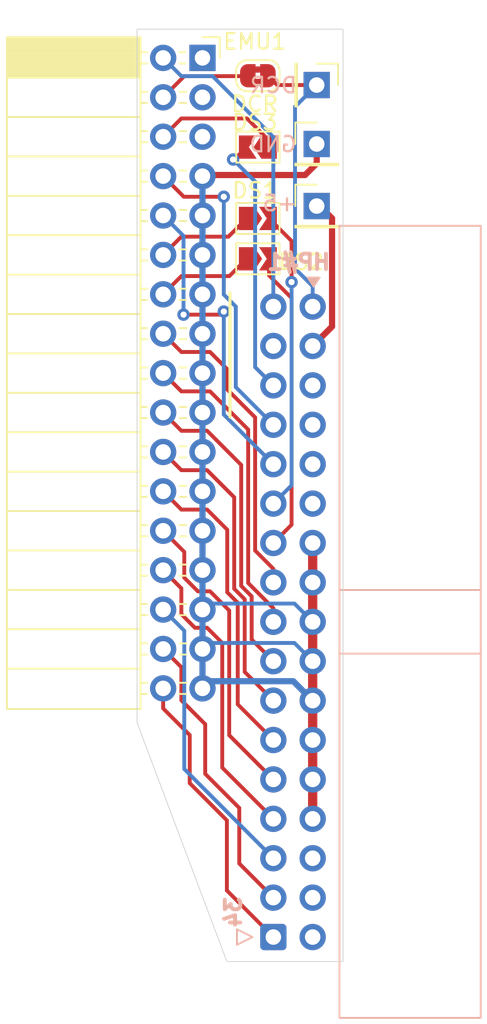
<source format=kicad_pcb>
(kicad_pcb (version 20241229) (generator "pcbnew") (generator_version "9.0")
  (layers (0 "F.Cu" signal) (2 "B.Cu" signal) (13 "F.Paste" user) (15 "B.Paste" user) (5 "F.SilkS" user "F.Silkscreen") (7 "B.SilkS" user "B.Silkscreen") (1 "F.Mask" user) (3 "B.Mask" user) (25 "Edge.Cuts" user))
  (net 0 "")
  (net 1 "/DS1")
  (net 2 "Net-(DS1-A)")
  (net 3 "/DS2")
  (net 4 "Net-(DS2-A)")
  (net 5 "Net-(DS3-A)")
  (net 6 "/DS3")
  (net 7 "/IN_USE")
  (net 8 "/DISK_CHG")
  (net 9 "/WRITE_GATE")
  (net 10 "GND")
  (net 11 "/DS0")
  (net 12 "/+5")
  (net 13 "/READY")
  (net 14 "/DIR")
  (net 15 "/STEP")
  (net 16 "/WRITE_DATA")
  (net 17 "/WRITE_PROT")
  (net 18 "/INDEX")
  (net 19 "/TRACK_00")
  (net 20 "/DISK_CHG_RST")
  (net 21 "/READ_DATA")
  (net 22 "/MOTOR_ON")
  (net 23 "/HEAD_SEL")
  (net 24 "/4_RSRVD")
  (footprint "Jumper:SolderJumper-2_P1.3mm_Open_TrianglePad1.0x1.5mm" (layer "F.Cu") (at 150.2 69.6 180)
    (property "Reference" "DS3" (at 0.2 1.6 0) (layer "F.SilkS"))
    (property "Value" "~")
    (fp_line (start 1.4 1) (end -1.4 1) (stroke (width 0.12)) (layer "F.SilkS"))
    (fp_line (start 1.4 -1) (end 1.4 1) (stroke (width 0.12)) (layer "F.SilkS"))
    (fp_line (start -1.4 1) (end -1.4 -1) (stroke (width 0.12)) (layer "F.SilkS"))
    (fp_line (start -1.4 -1) (end 1.4 -1) (stroke (width 0.12)) (layer "F.SilkS"))
    (pad "1" smd custom (at -0.725 0 180) (size 0.3 0.3) (layers "F.Cu" "F.Mask") (net 5 "Net-(DS3-A)") (options (clearance outline) (anchor rect)) (primitives (gr_poly (pts (xy 1 0) (xy 0.5 0.75) (xy -0.5 0.75) (xy -0.5 -0.75) (xy 0.5 -0.75)) (width 0) (fill yes))))
    (pad "2" smd custom (at 0.725 0 180) (size 0.3 0.3) (layers "F.Cu" "F.Mask") (net 6 "/DS3") (options (clearance outline) (anchor rect)) (primitives (gr_poly (pts (xy 0.5 0.75) (xy -0.65 0.75) (xy -0.15 0) (xy -0.65 -0.75) (xy 0.5 -0.75)) (width 0) (fill yes))))
  )
  (footprint "Jumper:SolderJumper-2_P1.3mm_Open_TrianglePad1.0x1.5mm" (layer "F.Cu") (at 150.2 76.8)
    (property "Reference" "DS2" (at 2.8 0.2 180) (layer "F.SilkS"))
    (property "Value" "~")
    (fp_line (start -1.4 -1) (end 1.4 -1) (stroke (width 0.12)) (layer "F.SilkS"))
    (fp_line (start -1.4 1) (end -1.4 -1) (stroke (width 0.12)) (layer "F.SilkS"))
    (fp_line (start 1.4 -1) (end 1.4 1) (stroke (width 0.12)) (layer "F.SilkS"))
    (fp_line (start 1.4 1) (end -1.4 1) (stroke (width 0.12)) (layer "F.SilkS"))
    (pad "1" smd custom (at -0.725 0) (size 0.3 0.3) (layers "F.Cu" "F.Mask") (net 4 "Net-(DS2-A)") (options (clearance outline) (anchor rect)) (primitives (gr_poly (pts (xy 1 0) (xy 0.5 0.75) (xy -0.5 0.75) (xy -0.5 -0.75) (xy 0.5 -0.75)) (width 0) (fill yes))))
    (pad "2" smd custom (at 0.725 0) (size 0.3 0.3) (layers "F.Cu" "F.Mask") (net 3 "/DS2") (options (clearance outline) (anchor rect)) (primitives (gr_poly (pts (xy 0.5 0.75) (xy -0.65 0.75) (xy -0.15 0) (xy -0.65 -0.75) (xy 0.5 -0.75)) (width 0) (fill yes))))
  )
  (footprint "Jumper:SolderJumper-2_P1.3mm_Open_TrianglePad1.0x1.5mm" (layer "F.Cu") (at 150.2 74.2)
    (property "Reference" "DS1" (at -0.2 -1.8 180) (layer "F.SilkS"))
    (property "Value" "~")
    (fp_line (start -1.4 -1) (end 1.4 -1) (stroke (width 0.12)) (layer "F.SilkS"))
    (fp_line (start -1.4 1) (end -1.4 -1) (stroke (width 0.12)) (layer "F.SilkS"))
    (fp_line (start 1.4 -1) (end 1.4 1) (stroke (width 0.12)) (layer "F.SilkS"))
    (fp_line (start 1.4 1) (end -1.4 1) (stroke (width 0.12)) (layer "F.SilkS"))
    (pad "1" smd custom (at -0.725 0) (size 0.3 0.3) (layers "F.Cu" "F.Mask") (net 2 "Net-(DS1-A)") (options (clearance outline) (anchor rect)) (primitives (gr_poly (pts (xy 1 0) (xy 0.5 0.75) (xy -0.5 0.75) (xy -0.5 -0.75) (xy 0.5 -0.75)) (width 0) (fill yes))))
    (pad "2" smd custom (at 0.725 0) (size 0.3 0.3) (layers "F.Cu" "F.Mask") (net 1 "/DS1") (options (clearance outline) (anchor rect)) (primitives (gr_poly (pts (xy 0.5 0.75) (xy -0.65 0.75) (xy -0.15 0) (xy -0.65 -0.75) (xy 0.5 -0.75)) (width 0) (fill yes))))
  )
  (footprint "Connector_PinHeader_2.54mm:PinHeader_1x01_P2.54mm_Vertical" (layer "F.Cu") (at 154 69.4)
    (property "Reference" "J4" (hide yes))
    (property "Value" "GND")
    (fp_line (start -1.38 -1.38) (end 0 -1.38) (stroke (width 0.12)) (layer "F.SilkS"))
    (fp_line (start -1.38 0) (end -1.38 -1.38) (stroke (width 0.12)) (layer "F.SilkS"))
    (fp_line (start -1.38 1.27) (end -1.38 1.38) (stroke (width 0.12)) (layer "F.SilkS"))
    (fp_line (start -1.38 1.27) (end 1.38 1.27) (stroke (width 0.12)) (layer "F.SilkS"))
    (fp_line (start -1.38 1.38) (end 1.38 1.38) (stroke (width 0.12)) (layer "F.SilkS"))
    (fp_line (start 1.38 1.27) (end 1.38 1.38) (stroke (width 0.12)) (layer "F.SilkS"))
    (pad "1" thru_hole rect (at 0 0) (size 1.7 1.7) (drill 1) (layers "*.Cu" "*.Mask") (net 10 "GND"))
  )
  (footprint "Jumper:SolderJumper-2_P1.3mm_Bridged2Bar_RoundedPad1.0x1.5mm" (layer "F.Cu") (at 150.2 65)
    (property "Reference" "JP1" (hide yes))
    (property "Value" "DISK_CHG_RST")
    (fp_poly (pts (xy -0.25 -0.6) (xy 0.25 -0.6) (xy 0.25 -0.2) (xy -0.25 -0.2)) (fill yes) (layer "F.Cu"))
    (fp_poly (pts (xy -0.25 0.2) (xy 0.25 0.2) (xy 0.25 0.6) (xy -0.25 0.6)) (fill yes) (layer "F.Cu"))
    (fp_line (start -1.4 0.3) (end -1.4 -0.3) (stroke (width 0.12)) (layer "F.SilkS"))
    (fp_line (start -0.7 -1) (end 0.7 -1) (stroke (width 0.12)) (layer "F.SilkS"))
    (fp_line (start 0.7 1) (end -0.7 1) (stroke (width 0.12)) (layer "F.SilkS"))
    (fp_line (start 1.4 -0.3) (end 1.4 0.3) (stroke (width 0.12)) (layer "F.SilkS"))
    (fp_arc (start -1.4 -0.3) (mid -1.194975 -0.794975) (end -0.7 -1) (stroke (width 0.12)) (layer "F.SilkS"))
    (fp_arc (start -0.7 1) (mid -1.194975 0.794975) (end -1.4 0.3) (stroke (width 0.12)) (layer "F.SilkS"))
    (fp_arc (start 0.7 -1) (mid 1.194975 -0.794975) (end 1.4 -0.3) (stroke (width 0.12)) (layer "F.SilkS"))
    (fp_arc (start 1.4 0.3) (mid 1.194975 0.794975) (end 0.7 1) (stroke (width 0.12)) (layer "F.SilkS"))
    (pad "1" smd custom (at -0.65 0) (size 1 0.5) (layers "F.Cu" "F.Mask") (net 24 "/4_RSRVD") (options (clearance outline) (anchor rect)) (primitives (gr_circle (center 0 0.25) (end 0.5 0.25) (width 0) (fill yes)) (gr_circle (center 0 -0.25) (end 0.5 -0.25) (width 0) (fill yes)) (gr_poly (pts (xy 0.5 0.75) (xy 0 0.75) (xy 0 -0.75) (xy 0.5 -0.75)) (width 0) (fill yes))))
    (pad "2" smd custom (at 0.65 0) (size 1 0.5) (layers "F.Cu" "F.Mask") (net 20 "/DISK_CHG_RST") (options (clearance outline) (anchor rect)) (primitives (gr_circle (center 0 0.25) (end 0.5 0.25) (width 0) (fill yes)) (gr_circle (center 0 -0.25) (end 0.5 -0.25) (width 0) (fill yes)) (gr_poly (pts (xy 0 0.75) (xy -0.5 0.75) (xy -0.5 -0.75) (xy 0 -0.75)) (width 0) (fill yes))))
  )
  (footprint "Connector_PinSocket_2.54mm:PinSocket_2x17_P2.54mm_Horizontal" (layer "F.Cu") (at 146.625 63.85)
    (property "Reference" "EMU1" (at 3.375 -1.05 0) (layer "F.SilkS"))
    (property "Value" "GOTEK_STD")
    (fp_line (start -12.63 -1.33) (end -12.63 41.97) (stroke (width 0.12)) (layer "F.SilkS"))
    (fp_line (start -12.63 -1.33) (end -4 -1.33) (stroke (width 0.12)) (layer "F.SilkS"))
    (fp_line (start -12.63 -1.21) (end -4 -1.21) (stroke (width 0.12)) (layer "F.SilkS"))
    (fp_line (start -12.63 -1.091905) (end -4 -1.091905) (stroke (width 0.12)) (layer "F.SilkS"))
    (fp_line (start -12.63 -0.97381) (end -4 -0.97381) (stroke (width 0.12)) (layer "F.SilkS"))
    (fp_line (start -12.63 -0.855715) (end -4 -0.855715) (stroke (width 0.12)) (layer "F.SilkS"))
    (fp_line (start -12.63 -0.73762) (end -4 -0.73762) (stroke (width 0.12)) (layer "F.SilkS"))
    (fp_line (start -12.63 -0.619525) (end -4 -0.619525) (stroke (width 0.12)) (layer "F.SilkS"))
    (fp_line (start -12.63 -0.50143) (end -4 -0.50143) (stroke (width 0.12)) (layer "F.SilkS"))
    (fp_line (start -12.63 -0.383335) (end -4 -0.383335) (stroke (width 0.12)) (layer "F.SilkS"))
    (fp_line (start -12.63 -0.26524) (end -4 -0.26524) (stroke (width 0.12)) (layer "F.SilkS"))
    (fp_line (start -12.63 -0.147145) (end -4 -0.147145) (stroke (width 0.12)) (layer "F.SilkS"))
    (fp_line (start -12.63 -0.02905) (end -4 -0.02905) (stroke (width 0.12)) (layer "F.SilkS"))
    (fp_line (start -12.63 0.089045) (end -4 0.089045) (stroke (width 0.12)) (layer "F.SilkS"))
    (fp_line (start -12.63 0.20714) (end -4 0.20714) (stroke (width 0.12)) (layer "F.SilkS"))
    (fp_line (start -12.63 0.325235) (end -4 0.325235) (stroke (width 0.12)) (layer "F.SilkS"))
    (fp_line (start -12.63 0.44333) (end -4 0.44333) (stroke (width 0.12)) (layer "F.SilkS"))
    (fp_line (start -12.63 0.561425) (end -4 0.561425) (stroke (width 0.12)) (layer "F.SilkS"))
    (fp_line (start -12.63 0.67952) (end -4 0.67952) (stroke (width 0.12)) (layer "F.SilkS"))
    (fp_line (start -12.63 0.797615) (end -4 0.797615) (stroke (width 0.12)) (layer "F.SilkS"))
    (fp_line (start -12.63 0.91571) (end -4 0.91571) (stroke (width 0.12)) (layer "F.SilkS"))
    (fp_line (start -12.63 1.033805) (end -4 1.033805) (stroke (width 0.12)) (layer "F.SilkS"))
    (fp_line (start -12.63 1.1519) (end -4 1.1519) (stroke (width 0.12)) (layer "F.SilkS"))
    (fp_line (start -12.63 1.27) (end -4 1.27) (stroke (width 0.12)) (layer "F.SilkS"))
    (fp_line (start -12.63 3.81) (end -4 3.81) (stroke (width 0.12)) (layer "F.SilkS"))
    (fp_line (start -12.63 6.35) (end -4 6.35) (stroke (width 0.12)) (layer "F.SilkS"))
    (fp_line (start -12.63 8.89) (end -4 8.89) (stroke (width 0.12)) (layer "F.SilkS"))
    (fp_line (start -12.63 11.43) (end -4 11.43) (stroke (width 0.12)) (layer "F.SilkS"))
    (fp_line (start -12.63 13.97) (end -4 13.97) (stroke (width 0.12)) (layer "F.SilkS"))
    (fp_line (start -12.63 16.51) (end -4 16.51) (stroke (width 0.12)) (layer "F.SilkS"))
    (fp_line (start -12.63 19.05) (end -4 19.05) (stroke (width 0.12)) (layer "F.SilkS"))
    (fp_line (start -12.63 21.59) (end -4 21.59) (stroke (width 0.12)) (layer "F.SilkS"))
    (fp_line (start -12.63 24.13) (end -4 24.13) (stroke (width 0.12)) (layer "F.SilkS"))
    (fp_line (start -12.63 26.67) (end -4 26.67) (stroke (width 0.12)) (layer "F.SilkS"))
    (fp_line (start -12.63 29.21) (end -4 29.21) (stroke (width 0.12)) (layer "F.SilkS"))
    (fp_line (start -12.63 31.75) (end -4 31.75) (stroke (width 0.12)) (layer "F.SilkS"))
    (fp_line (start -12.63 34.29) (end -4 34.29) (stroke (width 0.12)) (layer "F.SilkS"))
    (fp_line (start -12.63 36.83) (end -4 36.83) (stroke (width 0.12)) (layer "F.SilkS"))
    (fp_line (start -12.63 39.37) (end -4 39.37) (stroke (width 0.12)) (layer "F.SilkS"))
    (fp_line (start -12.63 41.97) (end -4 41.97) (stroke (width 0.12)) (layer "F.SilkS"))
    (fp_line (start -4 -1.33) (end -4 41.97) (stroke (width 0.12)) (layer "F.SilkS"))
    (fp_line (start -4 -0.36) (end -3.59 -0.36) (stroke (width 0.12)) (layer "F.SilkS"))
    (fp_line (start -4 0.36) (end -3.59 0.36) (stroke (width 0.12)) (layer "F.SilkS"))
    (fp_line (start -4 2.18) (end -3.59 2.18) (stroke (width 0.12)) (layer "F.SilkS"))
    (fp_line (start -4 2.9) (end -3.59 2.9) (stroke (width 0.12)) (layer "F.SilkS"))
    (fp_line (start -4 4.72) (end -3.59 4.72) (stroke (width 0.12)) (layer "F.SilkS"))
    (fp_line (start -4 5.44) (end -3.59 5.44) (stroke (width 0.12)) (layer "F.SilkS"))
    (fp_line (start -4 7.26) (end -3.59 7.26) (stroke (width 0.12)) (layer "F.SilkS"))
    (fp_line (start -4 7.98) (end -3.59 7.98) (stroke (width 0.12)) (layer "F.SilkS"))
    (fp_line (start -4 9.8) (end -3.59 9.8) (stroke (width 0.12)) (layer "F.SilkS"))
    (fp_line (start -4 10.52) (end -3.59 10.52) (stroke (width 0.12)) (layer "F.SilkS"))
    (fp_line (start -4 12.34) (end -3.59 12.34) (stroke (width 0.12)) (layer "F.SilkS"))
    (fp_line (start -4 13.06) (end -3.59 13.06) (stroke (width 0.12)) (layer "F.SilkS"))
    (fp_line (start -4 14.88) (end -3.59 14.88) (stroke (width 0.12)) (layer "F.SilkS"))
    (fp_line (start -4 15.6) (end -3.59 15.6) (stroke (width 0.12)) (layer "F.SilkS"))
    (fp_line (start -4 17.42) (end -3.59 17.42) (stroke (width 0.12)) (layer "F.SilkS"))
    (fp_line (start -4 18.14) (end -3.59 18.14) (stroke (width 0.12)) (layer "F.SilkS"))
    (fp_line (start -4 19.96) (end -3.59 19.96) (stroke (width 0.12)) (layer "F.SilkS"))
    (fp_line (start -4 20.68) (end -3.59 20.68) (stroke (width 0.12)) (layer "F.SilkS"))
    (fp_line (start -4 22.5) (end -3.59 22.5) (stroke (width 0.12)) (layer "F.SilkS"))
    (fp_line (start -4 23.22) (end -3.59 23.22) (stroke (width 0.12)) (layer "F.SilkS"))
    (fp_line (start -4 25.04) (end -3.59 25.04) (stroke (width 0.12)) (layer "F.SilkS"))
    (fp_line (start -4 25.76) (end -3.59 25.76) (stroke (width 0.12)) (layer "F.SilkS"))
    (fp_line (start -4 27.58) (end -3.59 27.58) (stroke (width 0.12)) (layer "F.SilkS"))
    (fp_line (start -4 28.3) (end -3.59 28.3) (stroke (width 0.12)) (layer "F.SilkS"))
    (fp_line (start -4 30.12) (end -3.59 30.12) (stroke (width 0.12)) (layer "F.SilkS"))
    (fp_line (start -4 30.84) (end -3.59 30.84) (stroke (width 0.12)) (layer "F.SilkS"))
    (fp_line (start -4 32.66) (end -3.59 32.66) (stroke (width 0.12)) (layer "F.SilkS"))
    (fp_line (start -4 33.38) (end -3.59 33.38) (stroke (width 0.12)) (layer "F.SilkS"))
    (fp_line (start -4 35.2) (end -3.59 35.2) (stroke (width 0.12)) (layer "F.SilkS"))
    (fp_line (start -4 35.92) (end -3.59 35.92) (stroke (width 0.12)) (layer "F.SilkS"))
    (fp_line (start -4 37.74) (end -3.59 37.74) (stroke (width 0.12)) (layer "F.SilkS"))
    (fp_line (start -4 38.46) (end -3.59 38.46) (stroke (width 0.12)) (layer "F.SilkS"))
    (fp_line (start -4 40.28) (end -3.59 40.28) (stroke (width 0.12)) (layer "F.SilkS"))
    (fp_line (start -4 41) (end -3.59 41) (stroke (width 0.12)) (layer "F.SilkS"))
    (fp_line (start -1.49 -0.36) (end -1.11 -0.36) (stroke (width 0.12)) (layer "F.SilkS"))
    (fp_line (start -1.49 0.36) (end -1.11 0.36) (stroke (width 0.12)) (layer "F.SilkS"))
    (fp_line (start -1.49 2.18) (end -1.05 2.18) (stroke (width 0.12)) (layer "F.SilkS"))
    (fp_line (start -1.49 2.9) (end -1.05 2.9) (stroke (width 0.12)) (layer "F.SilkS"))
    (fp_line (start -1.49 4.72) (end -1.05 4.72) (stroke (width 0.12)) (layer "F.SilkS"))
    (fp_line (start -1.49 5.44) (end -1.05 5.44) (stroke (width 0.12)) (layer "F.SilkS"))
    (fp_line (start -1.49 7.26) (end -1.05 7.26) (stroke (width 0.12)) (layer "F.SilkS"))
    (fp_line (start -1.49 7.98) (end -1.05 7.98) (stroke (width 0.12)) (layer "F.SilkS"))
    (fp_line (start -1.49 9.8) (end -1.05 9.8) (stroke (width 0.12)) (layer "F.SilkS"))
    (fp_line (start -1.49 10.52) (end -1.05 10.52) (stroke (width 0.12)) (layer "F.SilkS"))
    (fp_line (start -1.49 12.34) (end -1.05 12.34) (stroke (width 0.12)) (layer "F.SilkS"))
    (fp_line (start -1.49 13.06) (end -1.05 13.06) (stroke (width 0.12)) (layer "F.SilkS"))
    (fp_line (start -1.49 14.88) (end -1.05 14.88) (stroke (width 0.12)) (layer "F.SilkS"))
    (fp_line (start -1.49 15.6) (end -1.05 15.6) (stroke (width 0.12)) (layer "F.SilkS"))
    (fp_line (start -1.49 17.42) (end -1.05 17.42) (stroke (width 0.12)) (layer "F.SilkS"))
    (fp_line (start -1.49 18.14) (end -1.05 18.14) (stroke (width 0.12)) (layer "F.SilkS"))
    (fp_line (start -1.49 19.96) (end -1.05 19.96) (stroke (width 0.12)) (layer "F.SilkS"))
    (fp_line (start -1.49 20.68) (end -1.05 20.68) (stroke (width 0.12)) (layer "F.SilkS"))
    (fp_line (start -1.49 22.5) (end -1.05 22.5) (stroke (width 0.12)) (layer "F.SilkS"))
    (fp_line (start -1.49 23.22) (end -1.05 23.22) (stroke (width 0.12)) (layer "F.SilkS"))
    (fp_line (start -1.49 25.04) (end -1.05 25.04) (stroke (width 0.12)) (layer "F.SilkS"))
    (fp_line (start -1.49 25.76) (end -1.05 25.76) (stroke (width 0.12)) (layer "F.SilkS"))
    (fp_line (start -1.49 27.58) (end -1.05 27.58) (stroke (width 0.12)) (layer "F.SilkS"))
    (fp_line (start -1.49 28.3) (end -1.05 28.3) (stroke (width 0.12)) (layer "F.SilkS"))
    (fp_line (start -1.49 30.12) (end -1.05 30.12) (stroke (width 0.12)) (layer "F.SilkS"))
    (fp_line (start -1.49 30.84) (end -1.05 30.84) (stroke (width 0.12)) (layer "F.SilkS"))
    (fp_line (start -1.49 32.66) (end -1.05 32.66) (stroke (width 0.12)) (layer "F.SilkS"))
    (fp_line (start -1.49 33.38) (end -1.05 33.38) (stroke (width 0.12)) (layer "F.SilkS"))
    (fp_line (start -1.49 35.2) (end -1.05 35.2) (stroke (width 0.12)) (layer "F.SilkS"))
    (fp_line (start -1.49 35.92) (end -1.05 35.92) (stroke (width 0.12)) (layer "F.SilkS"))
    (fp_line (start -1.49 37.74) (end -1.05 37.74) (stroke (width 0.12)) (layer "F.SilkS"))
    (fp_line (start -1.49 38.46) (end -1.05 38.46) (stroke (width 0.12)) (layer "F.SilkS"))
    (fp_line (start -1.49 40.28) (end -1.05 40.28) (stroke (width 0.12)) (layer "F.SilkS"))
    (fp_line (start -1.49 41) (end -1.05 41) (stroke (width 0.12)) (layer "F.SilkS"))
    (fp_line (start 0 -1.33) (end 1.11 -1.33) (stroke (width 0.12)) (layer "F.SilkS"))
    (fp_line (start 1.11 -1.33) (end 1.11 0) (stroke (width 0.12)) (layer "F.SilkS"))
    (pad "1" thru_hole rect (at 0 0) (size 1.7 1.7) (drill 1) (layers "*.Cu" "*.Mask"))
    (pad "2" thru_hole circle (at -2.54 0) (size 1.7 1.7) (drill 1) (layers "*.Cu" "*.Mask") (net 8 "/DISK_CHG"))
    (pad "3" thru_hole circle (at 0 2.54) (size 1.7 1.7) (drill 1) (layers "*.Cu" "*.Mask"))
    (pad "4" thru_hole circle (at -2.54 2.54) (size 1.7 1.7) (drill 1) (layers "*.Cu" "*.Mask") (net 24 "/4_RSRVD"))
    (pad "5" thru_hole circle (at 0 5.08) (size 1.7 1.7) (drill 1) (layers "*.Cu" "*.Mask"))
    (pad "6" thru_hole circle (at -2.54 5.08) (size 1.7 1.7) (drill 1) (layers "*.Cu" "*.Mask") (net 5 "Net-(DS3-A)"))
    (pad "7" thru_hole circle (at 0 7.62) (size 1.7 1.7) (drill 1) (layers "*.Cu" "*.Mask") (net 10 "GND"))
    (pad "8" thru_hole circle (at -2.54 7.62) (size 1.7 1.7) (drill 1) (layers "*.Cu" "*.Mask") (net 18 "/INDEX"))
    (pad "9" thru_hole circle (at 0 10.16) (size 1.7 1.7) (drill 1) (layers "*.Cu" "*.Mask") (net 10 "GND"))
    (pad "10" thru_hole circle (at -2.54 10.16) (size 1.7 1.7) (drill 1) (layers "*.Cu" "*.Mask") (net 11 "/DS0"))
    (pad "11" thru_hole circle (at 0 12.7) (size 1.7 1.7) (drill 1) (layers "*.Cu" "*.Mask") (net 10 "GND"))
    (pad "12" thru_hole circle (at -2.54 12.7) (size 1.7 1.7) (drill 1) (layers "*.Cu" "*.Mask") (net 2 "Net-(DS1-A)"))
    (pad "13" thru_hole circle (at 0 15.24) (size 1.7 1.7) (drill 1) (layers "*.Cu" "*.Mask") (net 10 "GND"))
    (pad "14" thru_hole circle (at -2.54 15.24) (size 1.7 1.7) (drill 1) (layers "*.Cu" "*.Mask") (net 4 "Net-(DS2-A)"))
    (pad "15" thru_hole circle (at 0 17.78) (size 1.7 1.7) (drill 1) (layers "*.Cu" "*.Mask") (net 10 "GND"))
    (pad "16" thru_hole circle (at -2.54 17.78) (size 1.7 1.7) (drill 1) (layers "*.Cu" "*.Mask") (net 22 "/MOTOR_ON"))
    (pad "17" thru_hole circle (at 0 20.32) (size 1.7 1.7) (drill 1) (layers "*.Cu" "*.Mask") (net 10 "GND"))
    (pad "18" thru_hole circle (at -2.54 20.32) (size 1.7 1.7) (drill 1) (layers "*.Cu" "*.Mask") (net 14 "/DIR"))
    (pad "19" thru_hole circle (at 0 22.86) (size 1.7 1.7) (drill 1) (layers "*.Cu" "*.Mask") (net 10 "GND"))
    (pad "20" thru_hole circle (at -2.54 22.86) (size 1.7 1.7) (drill 1) (layers "*.Cu" "*.Mask") (net 15 "/STEP"))
    (pad "21" thru_hole circle (at 0 25.4) (size 1.7 1.7) (drill 1) (layers "*.Cu" "*.Mask") (net 10 "GND"))
    (pad "22" thru_hole circle (at -2.54 25.4) (size 1.7 1.7) (drill 1) (layers "*.Cu" "*.Mask") (net 16 "/WRITE_DATA"))
    (pad "23" thru_hole circle (at 0 27.94) (size 1.7 1.7) (drill 1) (layers "*.Cu" "*.Mask") (net 10 "GND"))
    (pad "24" thru_hole circle (at -2.54 27.94) (size 1.7 1.7) (drill 1) (layers "*.Cu" "*.Mask") (net 9 "/WRITE_GATE"))
    (pad "25" thru_hole circle (at 0 30.48) (size 1.7 1.7) (drill 1) (layers "*.Cu" "*.Mask") (net 10 "GND"))
    (pad "26" thru_hole circle (at -2.54 30.48) (size 1.7 1.7) (drill 1) (layers "*.Cu" "*.Mask") (net 19 "/TRACK_00"))
    (pad "27" thru_hole circle (at 0 33.02) (size 1.7 1.7) (drill 1) (layers "*.Cu" "*.Mask") (net 10 "GND"))
    (pad "28" thru_hole circle (at -2.54 33.02) (size 1.7 1.7) (drill 1) (layers "*.Cu" "*.Mask") (net 17 "/WRITE_PROT"))
    (pad "29" thru_hole circle (at 0 35.56) (size 1.7 1.7) (drill 1) (layers "*.Cu" "*.Mask") (net 10 "GND"))
    (pad "30" thru_hole circle (at -2.54 35.56) (size 1.7 1.7) (drill 1) (layers "*.Cu" "*.Mask") (net 21 "/READ_DATA"))
    (pad "31" thru_hole circle (at 0 38.1) (size 1.7 1.7) (drill 1) (layers "*.Cu" "*.Mask") (net 10 "GND"))
    (pad "32" thru_hole circle (at -2.54 38.1) (size 1.7 1.7) (drill 1) (layers "*.Cu" "*.Mask") (net 23 "/HEAD_SEL"))
    (pad "33" thru_hole circle (at 0 40.64) (size 1.7 1.7) (drill 1) (layers "*.Cu" "*.Mask") (net 10 "GND"))
    (pad "34" thru_hole circle (at -2.54 40.64) (size 1.7 1.7) (drill 1) (layers "*.Cu" "*.Mask") (net 13 "/READY"))
  )
  (footprint "Connector_PinHeader_2.54mm:PinHeader_1x01_P2.54mm_Vertical" (layer "F.Cu") (at 154 73.4)
    (property "Reference" "J3" (hide yes))
    (property "Value" "+5")
    (fp_line (start -1.38 -1.38) (end 0 -1.38) (stroke (width 0.12)) (layer "F.SilkS"))
    (fp_line (start -1.38 0) (end -1.38 -1.38) (stroke (width 0.12)) (layer "F.SilkS"))
    (fp_line (start -1.38 1.27) (end -1.38 1.38) (stroke (width 0.12)) (layer "F.SilkS"))
    (fp_line (start -1.38 1.27) (end 1.38 1.27) (stroke (width 0.12)) (layer "F.SilkS"))
    (fp_line (start -1.38 1.38) (end 1.38 1.38) (stroke (width 0.12)) (layer "F.SilkS"))
    (fp_line (start 1.38 1.27) (end 1.38 1.38) (stroke (width 0.12)) (layer "F.SilkS"))
    (pad "1" thru_hole rect (at 0 0) (size 1.7 1.7) (drill 1) (layers "*.Cu" "*.Mask") (net 12 "/+5"))
  )
  (footprint "Connector_PinHeader_2.54mm:PinHeader_1x01_P2.54mm_Vertical" (layer "F.Cu") (at 154 65.6 -90)
    (property "Reference" "J5" (hide yes))
    (property "Value" "DISK_CHG_RST")
    (fp_line (start -1.38 1.38) (end 1.38 1.38) (stroke (width 0.12)) (layer "F.SilkS"))
    (fp_line (start -1.38 1.27) (end -1.38 1.38) (stroke (width 0.12)) (layer "F.SilkS"))
    (fp_line (start -1.38 1.27) (end 1.38 1.27) (stroke (width 0.12)) (layer "F.SilkS"))
    (fp_line (start 1.38 1.27) (end 1.38 1.38) (stroke (width 0.12)) (layer "F.SilkS"))
    (fp_line (start -1.38 0) (end -1.38 -1.38) (stroke (width 0.12)) (layer "F.SilkS"))
    (fp_line (start -1.38 -1.38) (end 0 -1.38) (stroke (width 0.12)) (layer "F.SilkS"))
    (pad "1" thru_hole rect (at 0 0 270) (size 1.7 1.7) (drill 1) (layers "*.Cu" "*.Mask") (net 20 "/DISK_CHG_RST"))
  )
  (footprint "Connector_IDC:IDC-Header_2x17_P2.54mm_Horizontal" (layer "B.Cu") (at 151.2 120.52)
    (property "Reference" "HP1" (hide yes))
    (property "Value" "HP_SHROUD")
    (fp_line (start -2.35 -0.5) (end -1.35 0) (stroke (width 0.12)) (layer "B.SilkS"))
    (fp_line (start -2.35 0.5) (end -2.35 -0.5) (stroke (width 0.12)) (layer "B.SilkS"))
    (fp_line (start -1.35 0) (end -2.35 0.5) (stroke (width 0.12)) (layer "B.SilkS"))
    (fp_line (start 4.27 -45.85) (end 4.27 5.21) (stroke (width 0.12)) (layer "B.SilkS"))
    (fp_line (start 4.27 -22.37) (end 13.39 -22.37) (stroke (width 0.12)) (layer "B.SilkS"))
    (fp_line (start 4.27 -18.27) (end 13.39 -18.27) (stroke (width 0.12)) (layer "B.SilkS"))
    (fp_line (start 4.27 5.21) (end 13.39 5.21) (stroke (width 0.12)) (layer "B.SilkS"))
    (fp_line (start 13.39 -45.85) (end 4.27 -45.85) (stroke (width 0.12)) (layer "B.SilkS"))
    (fp_line (start 13.39 5.21) (end 13.39 -45.85) (stroke (width 0.12)) (layer "B.SilkS"))
    (pad "1" thru_hole roundrect (at 0 0) (size 1.7 1.7) (drill 1) (layers "*.Cu" "*.Mask") (roundrect_rratio 0.147059) (net 13 "/READY"))
    (pad "2" thru_hole circle (at 2.54 0) (size 1.7 1.7) (drill 1) (layers "*.Cu" "*.Mask"))
    (pad "3" thru_hole circle (at 0 -2.54) (size 1.7 1.7) (drill 1) (layers "*.Cu" "*.Mask") (net 23 "/HEAD_SEL"))
    (pad "4" thru_hole circle (at 2.54 -2.54) (size 1.7 1.7) (drill 1) (layers "*.Cu" "*.Mask"))
    (pad "5" thru_hole circle (at 0 -5.08) (size 1.7 1.7) (drill 1) (layers "*.Cu" "*.Mask") (net 21 "/READ_DATA"))
    (pad "6" thru_hole circle (at 2.54 -5.08) (size 1.7 1.7) (drill 1) (layers "*.Cu" "*.Mask"))
    (pad "7" thru_hole circle (at 0 -7.62) (size 1.7 1.7) (drill 1) (layers "*.Cu" "*.Mask") (net 17 "/WRITE_PROT"))
    (pad "8" thru_hole circle (at 2.54 -7.62) (size 1.7 1.7) (drill 1) (layers "*.Cu" "*.Mask") (net 10 "GND"))
    (pad "9" thru_hole circle (at 0 -10.16) (size 1.7 1.7) (drill 1) (layers "*.Cu" "*.Mask") (net 19 "/TRACK_00"))
    (pad "10" thru_hole circle (at 2.54 -10.16) (size 1.7 1.7) (drill 1) (layers "*.Cu" "*.Mask") (net 10 "GND"))
    (pad "11" thru_hole circle (at 0 -12.7) (size 1.7 1.7) (drill 1) (layers "*.Cu" "*.Mask") (net 9 "/WRITE_GATE"))
    (pad "12" thru_hole circle (at 2.54 -12.7) (size 1.7 1.7) (drill 1) (layers "*.Cu" "*.Mask") (net 10 "GND"))
    (pad "13" thru_hole circle (at 0 -15.24) (size 1.7 1.7) (drill 1) (layers "*.Cu" "*.Mask") (net 16 "/WRITE_DATA"))
    (pad "14" thru_hole circle (at 2.54 -15.24) (size 1.7 1.7) (drill 1) (layers "*.Cu" "*.Mask") (net 10 "GND"))
    (pad "15" thru_hole circle (at 0 -17.78) (size 1.7 1.7) (drill 1) (layers "*.Cu" "*.Mask") (net 15 "/STEP"))
    (pad "16" thru_hole circle (at 2.54 -17.78) (size 1.7 1.7) (drill 1) (layers "*.Cu" "*.Mask") (net 10 "GND"))
    (pad "17" thru_hole circle (at 0 -20.32) (size 1.7 1.7) (drill 1) (layers "*.Cu" "*.Mask") (net 14 "/DIR"))
    (pad "18" thru_hole circle (at 2.54 -20.32) (size 1.7 1.7) (drill 1) (layers "*.Cu" "*.Mask") (net 10 "GND"))
    (pad "19" thru_hole circle (at 0 -22.86) (size 1.7 1.7) (drill 1) (layers "*.Cu" "*.Mask") (net 22 "/MOTOR_ON"))
    (pad "20" thru_hole circle (at 2.54 -22.86) (size 1.7 1.7) (drill 1) (layers "*.Cu" "*.Mask") (net 10 "GND"))
    (pad "21" thru_hole circle (at 0 -25.4) (size 1.7 1.7) (drill 1) (layers "*.Cu" "*.Mask") (net 3 "/DS2"))
    (pad "22" thru_hole circle (at 2.54 -25.4) (size 1.7 1.7) (drill 1) (layers "*.Cu" "*.Mask") (net 10 "GND"))
    (pad "23" thru_hole circle (at 0 -27.94) (size 1.7 1.7) (drill 1) (layers "*.Cu" "*.Mask") (net 1 "/DS1"))
    (pad "24" thru_hole circle (at 2.54 -27.94) (size 1.7 1.7) (drill 1) (layers "*.Cu" "*.Mask"))
    (pad "25" thru_hole circle (at 0 -30.48) (size 1.7 1.7) (drill 1) (layers "*.Cu" "*.Mask") (net 11 "/DS0"))
    (pad "26" thru_hole circle (at 2.54 -30.48) (size 1.7 1.7) (drill 1) (layers "*.Cu" "*.Mask"))
    (pad "27" thru_hole circle (at 0 -33.02) (size 1.7 1.7) (drill 1) (layers "*.Cu" "*.Mask") (net 18 "/INDEX"))
    (pad "28" thru_hole circle (at 2.54 -33.02) (size 1.7 1.7) (drill 1) (layers "*.Cu" "*.Mask"))
    (pad "29" thru_hole circle (at 0 -35.56) (size 1.7 1.7) (drill 1) (layers "*.Cu" "*.Mask") (net 6 "/DS3"))
    (pad "30" thru_hole circle (at 2.54 -35.56) (size 1.7 1.7) (drill 1) (layers "*.Cu" "*.Mask"))
    (pad "31" thru_hole circle (at 0 -38.1) (size 1.7 1.7) (drill 1) (layers "*.Cu" "*.Mask") (net 7 "/IN_USE"))
    (pad "32" thru_hole circle (at 2.54 -38.1) (size 1.7 1.7) (drill 1) (layers "*.Cu" "*.Mask") (net 12 "/+5"))
    (pad "33" thru_hole circle (at 0 -40.64) (size 1.7 1.7) (drill 1) (layers "*.Cu" "*.Mask") (net 8 "/DISK_CHG"))
    (pad "34" thru_hole circle (at 2.54 -40.64) (size 1.7 1.7) (drill 1) (layers "*.Cu" "*.Mask") (net 20 "/DISK_CHG_RST"))
  )
  (gr_line (start 148.4 79) (end 148.4 87) (stroke (width 0.2)) (layer "F.SilkS"))
  (gr_poly (pts (xy 153.8 78.6) (xy 153.4 78) (xy 154.2 78)) (stroke (width 0.1)) (fill yes) (layer "B.SilkS"))
  (gr_poly (pts (xy 142.4 106.7) (xy 148.2 122.1) (xy 155.7 122.1) (xy 155.7 62) (xy 142.4 62)) (stroke (width 0.05)) (fill no) (layer "Edge.Cuts"))
  (gr_text "DCR" (at 148.4 67.4 0) (layer "F.SilkS") (effects (font (size 1 1)) (justify left bottom)))
  (gr_text "GND" (at 152.8 70 0) (layer "B.SilkS") (effects (font (size 1 1)) (justify left bottom mirror)))
  (gr_text "+5" (at 152.8 73.8 0) (layer "B.SilkS") (effects (font (size 1 1)) (justify left bottom mirror)))
  (gr_text "DCR" (at 152.8 66.2 0) (layer "B.SilkS") (effects (font (size 1 1)) (justify left bottom mirror)))
  (gr_text "34" (at 149.2 117.8 90) (layer "B.SilkS") (effects (font (size 1 1) (thickness 0.25) (bold yes)) (justify left bottom mirror)))
  (gr_text "HP#1" (at 155 77.6 0) (layer "B.SilkS") (effects (font (size 1 1) (thickness 0.25) (bold yes)) (justify left bottom mirror)))
  (segment (start 152.376 75.651) (end 152.376 78.3) (width 0.25) (layer "F.Cu") (net 1))
  (segment (start 150.925 74.2) (end 152.376 75.651) (width 0.25) (layer "F.Cu") (net 1))
  (via (at 152.376 78.3) (size 0.8) (drill 0.4) (layers "F.Cu" "B.Cu") (net 1))
  (segment (start 152.376 91.404) (end 152.376 78.3) (width 0.25) (layer "B.Cu") (net 1))
  (segment (start 151.2 92.58) (end 152.376 91.404) (width 0.25) (layer "B.Cu") (net 1))
  (segment (start 145.261 75.374) (end 144.085 76.55) (width 0.25) (layer "F.Cu") (net 2))
  (segment (start 148.301 75.374) (end 145.261 75.374) (width 0.25) (layer "F.Cu") (net 2))
  (segment (start 149.475 74.2) (end 148.301 75.374) (width 0.25) (layer "F.Cu") (net 2))
  (segment (start 150.925 77.87572) (end 152.376 79.32672) (width 0.25) (layer "F.Cu") (net 3))
  (segment (start 152.376 93.944) (end 151.2 95.12) (width 0.25) (layer "F.Cu") (net 3))
  (segment (start 152.376 79.32672) (end 152.376 93.944) (width 0.25) (layer "F.Cu") (net 3))
  (segment (start 150.925 76.8) (end 150.925 77.87572) (width 0.25) (layer "F.Cu") (net 3))
  (segment (start 144.085 79.09) (end 145.261 77.914) (width 0.25) (layer "F.Cu") (net 4))
  (segment (start 148.361 77.914) (end 149.475 76.8) (width 0.25) (layer "F.Cu") (net 4))
  (segment (start 145.261 77.914) (end 148.361 77.914) (width 0.25) (layer "F.Cu") (net 4))
  (segment (start 150.606095 68.862989) (end 150.606095 69.281095) (width 0.25) (layer "F.Cu") (net 5))
  (segment (start 149.497106 67.754) (end 150.606095 68.862989) (width 0.25) (layer "F.Cu") (net 5))
  (segment (start 145.261 67.754) (end 149.497106 67.754) (width 0.25) (layer "F.Cu") (net 5))
  (segment (start 144.085 68.93) (end 145.261 67.754) (width 0.25) (layer "F.Cu") (net 5))
  (segment (start 149.475 69.6) (end 148.675 70.4) (width 0.25) (layer "F.Cu") (net 6))
  (segment (start 148.675 70.4) (end 148.6 70.4) (width 0.25) (layer "F.Cu") (net 6))
  (via (at 148.6 70.4) (size 0.8) (drill 0.4) (layers "F.Cu" "B.Cu") (net 6))
  (segment (start 150.024 71.824) (end 148.6 70.4) (width 0.25) (layer "B.Cu") (net 6))
  (segment (start 150.024 83.784) (end 150.024 71.824) (width 0.25) (layer "B.Cu") (net 6))
  (segment (start 151.2 84.96) (end 150.024 83.784) (width 0.25) (layer "B.Cu") (net 6))
  (segment (start 147.276 65.026) (end 151.2 68.95) (width 0.25) (layer "B.Cu") (net 8))
  (segment (start 145.261 65.026) (end 147.276 65.026) (width 0.25) (layer "B.Cu") (net 8))
  (segment (start 144.085 63.85) (end 145.261 65.026) (width 0.25) (layer "B.Cu") (net 8))
  (segment (start 151.2 68.95) (end 151.2 79.88) (width 0.25) (layer "B.Cu") (net 8))
  (segment (start 148.9 98.972792) (end 148.9 105.52) (width 0.25) (layer "F.Cu") (net 9))
  (segment (start 148.223 98.295792) (end 148.9 98.972792) (width 0.25) (layer "F.Cu") (net 9))
  (segment (start 146.924116 92.966) (end 148.223 94.264884) (width 0.25) (layer "F.Cu") (net 9))
  (segment (start 144.085 91.79) (end 145.261 92.966) (width 0.25) (layer "F.Cu") (net 9))
  (segment (start 148.223 94.264884) (end 148.223 98.295792) (width 0.25) (layer "F.Cu") (net 9))
  (segment (start 145.261 92.966) (end 146.924116 92.966) (width 0.25) (layer "F.Cu") (net 9))
  (segment (start 148.9 105.52) (end 151.2 107.82) (width 0.25) (layer "F.Cu") (net 9))
  (segment (start 146.625 71.47) (end 146.695 71.4) (width 0.4) (layer "F.Cu") (net 10))
  (segment (start 153.25 71.4) (end 154 70.65) (width 0.4) (layer "F.Cu") (net 10))
  (segment (start 153.74 95.12) (end 153.74 112.9) (width 0.6) (layer "F.Cu") (net 10))
  (segment (start 146.695 71.4) (end 153.25 71.4) (width 0.4) (layer "F.Cu") (net 10))
  (segment (start 154 70.65) (end 154 69.4) (width 0.4) (layer "F.Cu") (net 10))
  (segment (start 147.086 104.029) (end 152.489 104.029) (width 0.4) (layer "B.Cu") (net 10))
  (segment (start 146.625 99.41) (end 147.011 99.024) (width 0.25) (layer "B.Cu") (net 10))
  (segment (start 147.011 101.564) (end 152.564 101.564) (width 0.25) (layer "B.Cu") (net 10))
  (segment (start 146.625 94.33) (end 146.625 104.49) (width 0.4) (layer "B.Cu") (net 10))
  (segment (start 146.625 101.95) (end 147.011 101.564) (width 0.25) (layer "B.Cu") (net 10))
  (segment (start 152.564 99.024) (end 153.74 100.2) (width 0.25) (layer "B.Cu") (net 10))
  (segment (start 147.011 99.024) (end 152.564 99.024) (width 0.25) (layer "B.Cu") (net 10))
  (segment (start 152.489 104.029) (end 153.74 105.28) (width 0.4) (layer "B.Cu") (net 10))
  (segment (start 146.625 71.47) (end 146.625 94.33) (width 0.4) (layer "B.Cu") (net 10))
  (segment (start 146.625 104.49) (end 147.086 104.029) (width 0.4) (layer "B.Cu") (net 10))
  (segment (start 152.564 101.564) (end 153.74 102.74) (width 0.25) (layer "B.Cu") (net 10))
  (segment (start 145.4 80.4) (end 147.8 80.4) (width 0.25) (layer "F.Cu") (net 11))
  (segment (start 147.8 80.4) (end 148 80.2) (width 0.25) (layer "F.Cu") (net 11))
  (via (at 148 80.2) (size 0.8) (drill 0.4) (layers "F.Cu" "B.Cu") (net 11))
  (via (at 145.4 80.4) (size 0.8) (drill 0.4) (layers "F.Cu" "B.Cu") (net 11))
  (segment (start 148 80.2) (end 148 86.84) (width 0.25) (layer "B.Cu") (net 11))
  (segment (start 144.085 74.01) (end 145.4 75.325) (width 0.25) (layer "B.Cu") (net 11))
  (segment (start 145.4 75.325) (end 145.4 80.4) (width 0.25) (layer "B.Cu") (net 11))
  (segment (start 148 86.84) (end 151.2 90.04) (width 0.25) (layer "B.Cu") (net 11))
  (segment (start 154.991 81.169) (end 154.991 74.191) (width 0.4) (layer "F.Cu") (net 12))
  (segment (start 154.991 74.191) (end 154.2 73.4) (width 0.4) (layer "F.Cu") (net 12))
  (segment (start 153.74 82.42) (end 154.991 81.169) (width 0.4) (layer "F.Cu") (net 12))
  (segment (start 145.8 107.5) (end 144.085 105.785) (width 0.25) (layer "F.Cu") (net 13))
  (segment (start 145.8 110.6) (end 145.8 107.5) (width 0.25) (layer "F.Cu") (net 13))
  (segment (start 144.085 105.785) (end 144.085 104.49) (width 0.25) (layer "F.Cu") (net 13))
  (segment (start 148.2 113) (end 145.8 110.6) (width 0.25) (layer "F.Cu") (net 13))
  (segment (start 151.2 120.52) (end 148.2 117.52) (width 0.25) (layer "F.Cu") (net 13))
  (segment (start 148.2 117.52) (end 148.2 113) (width 0.25) (layer "F.Cu") (net 13))
  (segment (start 144.085 84.17) (end 145.261 85.346) (width 0.25) (layer "F.Cu") (net 14))
  (segment (start 151.2 99.323116) (end 151.2 100.2) (width 0.25) (layer "F.Cu") (net 14))
  (segment (start 147.112116 85.346) (end 149.574 87.807884) (width 0.25) (layer "F.Cu") (net 14))
  (segment (start 149.574 87.807884) (end 149.574 97.697116) (width 0.25) (layer "F.Cu") (net 14))
  (segment (start 149.574 97.697116) (end 151.2 99.323116) (width 0.25) (layer "F.Cu") (net 14))
  (segment (start 145.261 85.346) (end 147.112116 85.346) (width 0.25) (layer "F.Cu") (net 14))
  (segment (start 149.124 97.883512) (end 149.124 90.085884) (width 0.25) (layer "F.Cu") (net 15))
  (segment (start 149.8 98.559512) (end 149.124 97.883512) (width 0.25) (layer "F.Cu") (net 15))
  (segment (start 149.8 101.34) (end 149.8 98.559512) (width 0.25) (layer "F.Cu") (net 15))
  (segment (start 145.261 87.886) (end 144.085 86.71) (width 0.25) (layer "F.Cu") (net 15))
  (segment (start 151.2 102.74) (end 149.8 101.34) (width 0.25) (layer "F.Cu") (net 15))
  (segment (start 146.924116 87.886) (end 145.261 87.886) (width 0.25) (layer "F.Cu") (net 15))
  (segment (start 149.124 90.085884) (end 146.924116 87.886) (width 0.25) (layer "F.Cu") (net 15))
  (segment (start 145.261 90.426) (end 144.085 89.25) (width 0.25) (layer "F.Cu") (net 16))
  (segment (start 151.2 105.28) (end 149.35 103.43) (width 0.25) (layer "F.Cu") (net 16))
  (segment (start 148.673 92.174884) (end 146.924116 90.426) (width 0.25) (layer "F.Cu") (net 16))
  (segment (start 148.673 98.070322) (end 148.673 92.174884) (width 0.25) (layer "F.Cu") (net 16))
  (segment (start 146.924116 90.426) (end 145.261 90.426) (width 0.25) (layer "F.Cu") (net 16))
  (segment (start 149.35 98.747322) (end 148.673 98.070322) (width 0.25) (layer "F.Cu") (net 16))
  (segment (start 149.35 103.43) (end 149.35 98.747322) (width 0.25) (layer "F.Cu") (net 16))
  (segment (start 145.261 98.046) (end 144.085 96.87) (width 0.25) (layer "F.Cu") (net 17))
  (segment (start 151.2 112.9) (end 147.9 109.6) (width 0.25) (layer "F.Cu") (net 17))
  (segment (start 147.9 101.561884) (end 146.924116 100.586) (width 0.25) (layer "F.Cu") (net 17))
  (segment (start 146.924116 100.586) (end 146.137884 100.586) (width 0.25) (layer "F.Cu") (net 17))
  (segment (start 145.261 99.709116) (end 145.261 98.046) (width 0.25) (layer "F.Cu") (net 17))
  (segment (start 147.9 109.6) (end 147.9 101.561884) (width 0.25) (layer "F.Cu") (net 17))
  (segment (start 146.137884 100.586) (end 145.261 99.709116) (width 0.25) (layer "F.Cu") (net 17))
  (segment (start 145.415 72.8) (end 148 72.8) (width 0.25) (layer "F.Cu") (net 18))
  (segment (start 144.085 71.47) (end 145.415 72.8) (width 0.25) (layer "F.Cu") (net 18))
  (via (at 148 72.8) (size 0.8) (drill 0.4) (layers "F.Cu" "B.Cu") (net 18))
  (segment (start 148.775 79.878984) (end 148.775 85.075) (width 0.25) (layer "B.Cu") (net 18))
  (segment (start 148.775 85.075) (end 151.2 87.5) (width 0.25) (layer "B.Cu") (net 18))
  (segment (start 148 79.103984) (end 148.775 79.878984) (width 0.25) (layer "B.Cu") (net 18))
  (segment (start 148 72.8) (end 148 79.103984) (width 0.25) (layer "B.Cu") (net 18))
  (segment (start 145.449 97.357116) (end 146.325884 98.234) (width 0.25) (layer "F.Cu") (net 19))
  (segment (start 145.449 95.694) (end 145.449 97.357116) (width 0.25) (layer "F.Cu") (net 19))
  (segment (start 144.085 94.33) (end 145.449 95.694) (width 0.25) (layer "F.Cu") (net 19))
  (segment (start 148.35 99.471884) (end 148.35 107.51) (width 0.25) (layer "F.Cu") (net 19))
  (segment (start 148.35 107.51) (end 151.2 110.36) (width 0.25) (layer "F.Cu") (net 19))
  (segment (start 147.112116 98.234) (end 148.35 99.471884) (width 0.25) (layer "F.Cu") (net 19))
  (segment (start 146.325884 98.234) (end 147.112116 98.234) (width 0.25) (layer "F.Cu") (net 19))
  (segment (start 151.45 65.6) (end 154 65.6) (width 0.25) (layer "F.Cu") (net 20))
  (segment (start 150.85 65) (end 151.45 65.6) (width 0.25) (layer "F.Cu") (net 20))
  (segment (start 152.6 77.427984) (end 152.6 67) (width 0.25) (layer "B.Cu") (net 20))
  (segment (start 153.74 78.567984) (end 152.6 77.427984) (width 0.25) (layer "B.Cu") (net 20))
  (segment (start 152.6 67) (end 154 65.6) (width 0.25) (layer "B.Cu") (net 20))
  (segment (start 153.74 79.88) (end 153.74 78.567984) (width 0.25) (layer "B.Cu") (net 20))
  (segment (start 145.449 100.774) (end 144.085 99.41) (width 0.25) (layer "B.Cu") (net 21))
  (segment (start 145.449 109.689) (end 145.449 100.774) (width 0.25) (layer "B.Cu") (net 21))
  (segment (start 151.2 115.44) (end 145.449 109.689) (width 0.25) (layer "B.Cu") (net 21))
  (segment (start 148.2 83.893884) (end 147.112116 82.806) (width 0.25) (layer "F.Cu") (net 22))
  (segment (start 148.2 85.2) (end 148.2 83.893884) (width 0.25) (layer "F.Cu") (net 22))
  (segment (start 150.024 87.024) (end 148.2 85.2) (width 0.25) (layer "F.Cu") (net 22))
  (segment (start 151.2 96.783116) (end 150.024 95.607116) (width 0.25) (layer "F.Cu") (net 22))
  (segment (start 147.112116 82.806) (end 145.261 82.806) (width 0.25) (layer "F.Cu") (net 22))
  (segment (start 151.2 97.66) (end 151.2 96.783116) (width 0.25) (layer "F.Cu") (net 22))
  (segment (start 145.261 82.806) (end 144.085 81.63) (width 0.25) (layer "F.Cu") (net 22))
  (segment (start 150.024 95.607116) (end 150.024 87.024) (width 0.25) (layer "F.Cu") (net 22))
  (segment (start 149 112.2) (end 146.8 110) (width 0.25) (layer "F.Cu") (net 23))
  (segment (start 146.8 110) (end 146.8 106.8) (width 0.25) (layer "F.Cu") (net 23))
  (segment (start 146.8 106.8) (end 145.261 105.261) (width 0.25) (layer "F.Cu") (net 23))
  (segment (start 145.261 105.261) (end 145.261 103.126) (width 0.25) (layer "F.Cu") (net 23))
  (segment (start 149 115.78) (end 149 112.2) (width 0.25) (layer "F.Cu") (net 23))
  (segment (start 145.261 103.126) (end 144.085 101.95) (width 0.25) (layer "F.Cu") (net 23))
  (segment (start 151.2 117.98) (end 149 115.78) (width 0.25) (layer "F.Cu") (net 23))
  (segment (start 145.449 65.026) (end 144.085 66.39) (width 0.25) (layer "F.Cu") (net 24))
  (segment (start 149.524 65.026) (end 145.449 65.026) (width 0.25) (layer "F.Cu") (net 24))
  (segment (start 149.55 65) (end 149.524 65.026) (width 0.25) (layer "F.Cu") (net 24))
)
</source>
